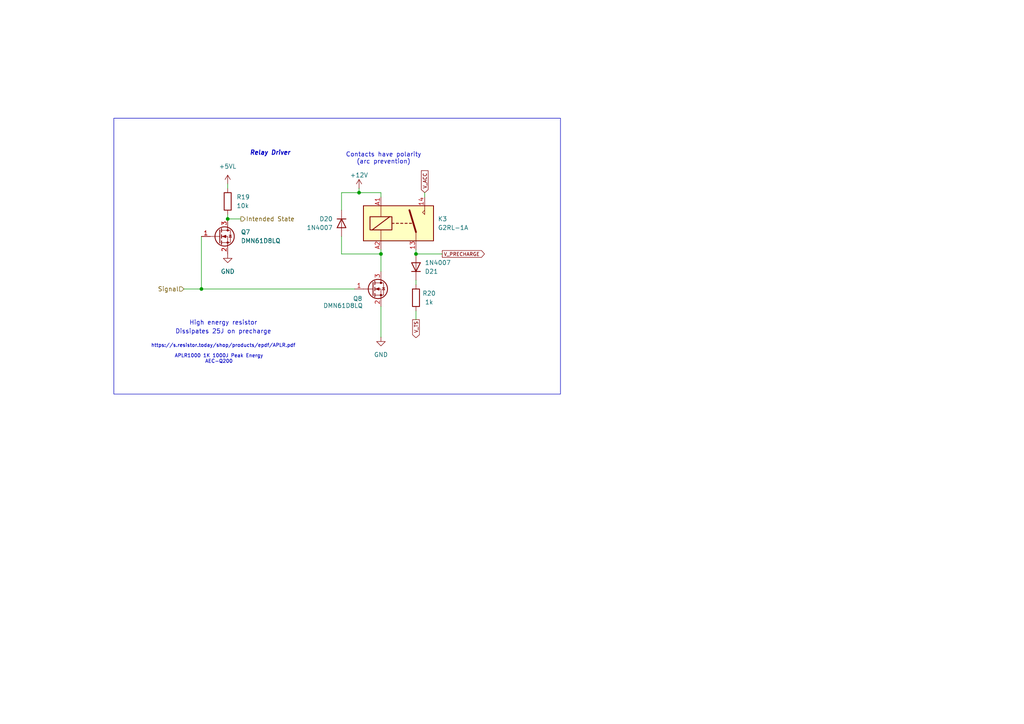
<source format=kicad_sch>
(kicad_sch (version 20250114) (generator "eeschema") (generator_version "9.0")
  (paper "A4")
  (title_block (title "Precharge") (date "2025-10-06") (rev "${REVISION}") (company "York Formula Student") (comment 1 "Designed by Josh B, Logan C, and Owen S"))
  (lib_symbols
    (symbol "Device:R" (pin_numbers (hide yes)) (pin_names (offset 0))
      (property "Reference" "R" (at 2.032 0 90))
      (property "Value" "R" (at 0 0 90))
      (symbol "R_0_1"
        (rectangle (start -1.016 -2.54) (end 1.016 2.54) (stroke (width 0.254)))
      )
      (symbol "R_1_1"
        (pin passive line (at 0 3.81 270) (length 1.27) (name "~") (number "1"))
        (pin passive line (at 0 -3.81 90) (length 1.27) (name "~") (number "2"))
      )
    )
    (symbol "Diode:1N4007" (pin_numbers (hide yes)) (pin_names (hide yes))
      (property "Reference" "D" (at 0 2.54 0))
      (property "Value" "1N4007" (at 0 -2.54 0))
      (symbol "1N4007_0_1"
        (polyline (pts (xy -1.27 1.27) (xy -1.27 -1.27)) (stroke (width 0.254)))
        (polyline (pts (xy 1.27 1.27) (xy 1.27 -1.27) (xy -1.27 0) (xy 1.27 1.27)) (stroke (width 0.254)))
        (polyline (pts (xy 1.27 0) (xy -1.27 0)))
      )
      (symbol "1N4007_1_1"
        (pin passive line (at -3.81 0 0) (length 2.54) (name "K") (number "1"))
        (pin passive line (at 3.81 0 180) (length 2.54) (name "A") (number "2"))
      )
    )
    (symbol "Relay:G2RL-1A"
      (property "Reference" "K" (at 11.43 3.81 0))
      (property "Value" "G2RL-1A" (at 11.43 1.27 0))
      (symbol "G2RL-1A_0_0"
        (polyline (pts (xy 7.62 5.08) (xy 7.62 2.54) (xy 6.985 3.175) (xy 7.62 3.81)))
      )
      (symbol "G2RL-1A_0_1"
        (rectangle (start -10.16 5.08) (end 10.16 -5.08) (stroke (width 0.254)) (fill (type background)))
        (rectangle (start -8.255 1.905) (end -1.905 -1.905) (stroke (width 0.254)))
        (polyline (pts (xy -7.62 -1.905) (xy -2.54 1.905)) (stroke (width 0.254)))
        (polyline (pts (xy -5.08 5.08) (xy -5.08 1.905)))
        (polyline (pts (xy -5.08 -5.08) (xy -5.08 -1.905)))
        (polyline (pts (xy -1.905 0) (xy -1.27 0)) (stroke (width 0.254)))
        (polyline (pts (xy -0.635 0) (xy 0 0)) (stroke (width 0.254)))
        (polyline (pts (xy 0.635 0) (xy 1.27 0)) (stroke (width 0.254)))
        (polyline (pts (xy 1.905 0) (xy 2.54 0)) (stroke (width 0.254)))
        (polyline (pts (xy 3.175 0) (xy 3.81 0)) (stroke (width 0.254)))
        (polyline (pts (xy 5.08 -2.54) (xy 3.175 3.81)) (stroke (width 0.508)))
        (polyline (pts (xy 5.08 -2.54) (xy 5.08 -5.08)))
      )
      (symbol "G2RL-1A_1_1"
        (pin passive line (at -5.08 7.62 270) (length 2.54) (name "~") (number "A1"))
        (pin passive line (at -5.08 -7.62 90) (length 2.54) (name "~") (number "A2"))
        (pin passive line (at 5.08 -7.62 90) (length 2.54) (name "~") (number "13"))
        (pin passive line (at 7.62 7.62 270) (length 2.54) (name "~") (number "14"))
      )
    )
    (symbol "Transistor_FET:DMN61D8LQ" (pin_names (offset 0) (hide yes))
      (property "Reference" "Q" (at 5.08 1.905 0))
      (property "Value" "DMN61D8LQ" (at 5.08 0 0))
      (symbol "DMN61D8LQ_0_1"
        (polyline (pts (xy 0.254 1.905) (xy 0.254 -1.905)) (stroke (width 0.254)))
        (polyline (pts (xy 0.254 0) (xy -2.54 0)))
        (polyline (pts (xy 0.762 2.286) (xy 0.762 1.27)) (stroke (width 0.254)))
        (polyline (pts (xy 0.762 0.508) (xy 0.762 -0.508)) (stroke (width 0.254)))
        (polyline (pts (xy 0.762 -1.27) (xy 0.762 -2.286)) (stroke (width 0.254)))
        (polyline (pts (xy 0.762 -1.778) (xy 3.302 -1.778) (xy 3.302 1.778) (xy 0.762 1.778)))
        (polyline (pts (xy 1.016 0) (xy 2.032 0.381) (xy 2.032 -0.381) (xy 1.016 0)) (fill (type outline)))
        (circle (center 1.651 0) (radius 2.794) (stroke (width 0.254)))
        (polyline (pts (xy 2.54 2.54) (xy 2.54 1.778)))
        (circle (center 2.54 1.778) (radius 0.254) (fill (type outline)))
        (circle (center 2.54 -1.778) (radius 0.254) (fill (type outline)))
        (polyline (pts (xy 2.54 -2.54) (xy 2.54 0) (xy 0.762 0)))
        (polyline (pts (xy 2.921 0.381) (xy 3.683 0.381)))
        (polyline (pts (xy 3.302 0.381) (xy 2.921 -0.254) (xy 3.683 -0.254) (xy 3.302 0.381)))
      )
      (symbol "DMN61D8LQ_1_1"
        (pin input line (at -5.08 0 0) (length 2.54) (name "G") (number "1"))
        (pin passive line (at 2.54 5.08 270) (length 2.54) (name "D") (number "3"))
        (pin passive line (at 2.54 -5.08 90) (length 2.54) (name "S") (number "2"))
      )
    )
    (symbol "power:+12V" (power) (pin_numbers (hide yes)) (pin_names (offset 0) (hide yes))
      (property "Value" "+12V" (at 0 3.556 0))
      (symbol "+12V_0_1"
        (polyline (pts (xy -0.762 1.27) (xy 0 2.54)))
        (polyline (pts (xy 0 2.54) (xy 0.762 1.27)))
        (polyline (pts (xy 0 0) (xy 0 2.54)))
      )
      (symbol "+12V_1_1"
        (pin power_in line (at 0 0 90) (length 0) (name "~") (number "1"))
      )
    )
    (symbol "power:+5VL" (power) (pin_numbers (hide yes)) (pin_names (offset 0) (hide yes))
      (property "Value" "+5VL" (at 0 3.556 0))
      (symbol "+5VL_0_1"
        (polyline (pts (xy -0.762 1.27) (xy 0 2.54)))
        (polyline (pts (xy 0 2.54) (xy 0.762 1.27)))
        (polyline (pts (xy 0 0) (xy 0 2.54)))
      )
      (symbol "+5VL_1_1"
        (pin power_in line (at 0 0 90) (length 0) (name "~") (number "1"))
      )
    )
    (symbol "power:GND" (power) (pin_numbers (hide yes)) (pin_names (offset 0) (hide yes))
      (property "Value" "GND" (at 0 -3.81 0))
      (symbol "GND_0_1"
        (polyline (pts (xy 0 0) (xy 0 -1.27) (xy 1.27 -1.27) (xy 0 -2.54) (xy -1.27 -1.27) (xy 0 -1.27)))
      )
      (symbol "GND_1_1"
        (pin power_in line (at 0 0 270) (length 0) (name "~") (number "1"))
      )
    )
  )
  (rectangle (start 33.02 34.29) (end 162.56 114.3))
  (text "APLR1000 1K 1000J Peak Energy\nAEC-Q200" (at 63.5 104.14 0) (effects (font (size 1 1))))
  (text "https://s.resistor.today/shop/products/epdf/APLR.pdf" (at 64.77 100.33 0) (effects (font (size 1 1))))
  (text "Dissipates 25J on precharge" (at 64.77 96.266 0) (effects (font (size 1.27 1.27))))
  (text "High energy resistor" (at 64.77 93.726 0) (effects (font (size 1.27 1.27))))
  (text "Relay Driver" (at 72.39 44.45 0) (effects (font (size 1.27 1.27) (thickness 0.254) (bold yes) (italic yes)) (justify left)))
  (text "Contacts have polarity\n(arc prevention)" (at 111.252 45.974 0) (effects (font (size 1.27 1.27))))
  (junction (at 104.14 55.88))
  (junction (at 58.42 83.82))
  (junction (at 66.04 63.5))
  (junction (at 110.49 73.66))
  (junction (at 120.65 73.66))
  (wire (pts (xy 123.19 55.88) (xy 123.19 57.15)))
  (wire (pts (xy 66.04 53.34) (xy 66.04 54.61)))
  (wire (pts (xy 66.04 63.5) (xy 69.85 63.5)))
  (wire (pts (xy 58.42 83.82) (xy 102.87 83.82)))
  (wire (pts (xy 99.06 55.88) (xy 104.14 55.88)))
  (wire (pts (xy 53.34 83.82) (xy 58.42 83.82)))
  (wire (pts (xy 110.49 73.66) (xy 110.49 78.74)))
  (wire (pts (xy 66.04 62.23) (xy 66.04 63.5)))
  (wire (pts (xy 99.06 55.88) (xy 99.06 60.96)))
  (wire (pts (xy 104.14 54.61) (xy 104.14 55.88)))
  (wire (pts (xy 58.42 68.58) (xy 58.42 83.82)))
  (wire (pts (xy 99.06 68.58) (xy 99.06 73.66)))
  (wire (pts (xy 99.06 73.66) (xy 110.49 73.66)))
  (wire (pts (xy 128.27 73.66) (xy 120.65 73.66)))
  (wire (pts (xy 120.65 92.71) (xy 120.65 90.17)))
  (wire (pts (xy 110.49 55.88) (xy 110.49 57.15)))
  (wire (pts (xy 104.14 55.88) (xy 110.49 55.88)))
  (wire (pts (xy 120.65 82.55) (xy 120.65 81.28)))
  (wire (pts (xy 120.65 73.66) (xy 120.65 72.39)))
  (wire (pts (xy 110.49 88.9) (xy 110.49 97.79)))
  (wire (pts (xy 110.49 72.39) (xy 110.49 73.66)))
  (global_label "V_TS" (shape output) (at 120.65 92.71 270) (effects (font (size 1 1))) (property "Intersheetrefs" "${INTERSHEET_REFS}" (effects (hide yes))))
  (global_label "V_PRECHARGE" (shape output) (at 128.27 73.66 0) (effects (font (size 1 1))) (property "Intersheetrefs" "${INTERSHEET_REFS}" (effects (hide yes))))
  (global_label "V_ACC" (shape input) (at 123.19 55.88 90) (effects (font (size 1 1))) (property "Intersheetrefs" "${INTERSHEET_REFS}" (effects (hide yes))))
  (hierarchical_label "Intended State" (shape output) (at 69.85 63.5 0))
  (hierarchical_label "Signal" (shape input) (at 53.34 83.82 180))
  (symbol (lib_id "Diode:1N4007") (at 99.06 64.77 90) (mirror x) (unit 1)
    (property "Reference" "D20" (at 96.52 63.4999 90) (effects (justify left)))
    (property "Value" "1N4007" (at 96.52 66.0399 90) (effects (justify left)))
    (property "Footprint" "Diode_SMD:D_SMA" (effects (hide yes)))
    (property "Datasheet" "http://www.vishay.com/docs/88503/1n4001.pdf" (effects (hide yes)))
    (property "Description" "1000V 1A General Purpose Rectifier Diode, DO-41" (effects (hide yes)))
    (property "Sim.Device" "D" (effects (hide yes)))
    (property "Sim.Pins" "1=K 2=A" (effects (hide yes)))
  )
  (symbol (lib_id "Diode:1N4007") (at 120.65 77.47 270) (mirror x) (unit 1)
    (property "Reference" "D21" (at 123.19 78.7401 90) (effects (justify left)))
    (property "Value" "1N4007" (at 123.19 76.2001 90) (effects (justify left)))
    (property "Footprint" "Diode_SMD:D_SMA" (effects (hide yes)))
    (property "Datasheet" "http://www.vishay.com/docs/88503/1n4001.pdf" (effects (hide yes)))
    (property "Description" "1000V 1A General Purpose Rectifier Diode, DO-41" (effects (hide yes)))
    (property "Sim.Device" "D" (effects (hide yes)))
    (property "Sim.Pins" "1=K 2=A" (effects (hide yes)))
  )
  (symbol (lib_id "Device:R") (at 120.65 86.36 0) (unit 1)
    (property "Reference" "R20" (at 124.46 85.09 0))
    (property "Value" "1k" (at 124.46 87.63 0))
    (property "Footprint" "Resistor_SMD:R_0603_1608Metric" (effects (hide yes)))
    (property "Datasheet" "https://s.resistor.today/shop/products/epdf/APLR.pdf" (effects (hide yes)))
    (property "Description" "Non-Inductive High Energy Anti-Pulse Resistor" (effects (hide yes)))
  )
  (symbol (lib_id "Transistor_FET:DMN61D8LQ") (at 107.95 83.82 0) (unit 1)
    (property "Reference" "Q8" (at 102.362 86.614 0) (effects (justify left)))
    (property "Value" "DMN61D8LQ" (at 93.726 88.646 0) (effects (justify left)))
    (property "Footprint" "Package_TO_SOT_SMD:SOT-23" (effects (hide yes)))
    (property "Datasheet" "https://www.diodes.com/assets/Datasheets/DMN61D8LQ.pdf" (effects (hide yes)))
    (property "Description" "60V Vds, 0.470A Id, N-Channel MOSFET for switching inductive loads , SOT-23" (effects (hide yes)))
  )
  (symbol (lib_id "Device:R") (at 66.04 58.42 0) (unit 1)
    (property "Reference" "R19" (at 68.58 57.1499 0) (effects (justify left)))
    (property "Value" "10k" (at 68.58 59.6899 0) (effects (justify left)))
    (property "Footprint" "Resistor_SMD:R_0603_1608Metric" (effects (hide yes)))
    (property "Description" "Resistor" (effects (hide yes)))
  )
  (symbol (lib_id "Transistor_FET:DMN61D8LQ") (at 63.5 68.58 0) (unit 1)
    (property "Reference" "Q7" (at 69.85 67.3099 0) (effects (justify left)))
    (property "Value" "DMN61D8LQ" (at 69.85 69.8499 0) (effects (justify left)))
    (property "Footprint" "Package_TO_SOT_SMD:SOT-23" (effects (hide yes)))
    (property "Datasheet" "https://www.diodes.com/assets/Datasheets/DMN61D8LQ.pdf" (effects (hide yes)))
    (property "Description" "60V Vds, 0.470A Id, N-Channel MOSFET for switching inductive loads , SOT-23" (effects (hide yes)))
  )
  (symbol (lib_id "power:+5VL") (at 66.04 53.34 0) (unit 1)
    (property "Reference" "#PWR055" (effects (hide yes)))
    (property "Value" "+5VL" (at 66.04 48.26 0))
    (property "Description" "Power symbol creates a global label with name \"+5VL\"" (effects (hide yes)))
  )
  (symbol (lib_id "power:+12V") (at 104.14 54.61 0) (unit 1)
    (property "Reference" "#PWR057" (effects (hide yes)))
    (property "Value" "+12V" (at 104.14 50.8 0))
    (property "Description" "Power symbol creates a global label with name \"+12V\"" (effects (hide yes)))
  )
  (symbol (lib_id "Relay:G2RL-1A") (at 115.57 64.77 0) (unit 1)
    (property "Reference" "K3" (at 127 63.4999 0) (effects (justify left)))
    (property "Value" "G2RL-1A" (at 127 66.0399 0) (effects (justify left)))
    (property "Footprint" "Relay_THT:Relay_SPST_Omron_G2RL-1A" (effects (hide yes)))
    (property "Datasheet" "https://omronfs.omron.com/en_US/ecb/products/pdf/en-g2rl.pdf" (effects (hide yes)))
    (property "Description" "General Purpose Low Profile Relay SPST Through Hole, Omron G2RL series, Normally Open, 12A 250VAC" (effects (hide yes)))
  )
  (symbol (lib_id "power:GND") (at 66.04 73.66 0) (unit 1)
    (property "Reference" "#PWR056" (effects (hide yes)))
    (property "Value" "GND" (at 66.04 78.74 0))
    (property "Description" "Power symbol creates a global label with name \"GND\" , ground" (effects (hide yes)))
  )
  (symbol (lib_id "power:GND") (at 110.49 97.79 0) (unit 1)
    (property "Reference" "#PWR058" (effects (hide yes)))
    (property "Value" "GND" (at 110.49 102.87 0))
    (property "Description" "Power symbol creates a global label with name \"GND\" , ground" (effects (hide yes)))
  )
)
</source>
